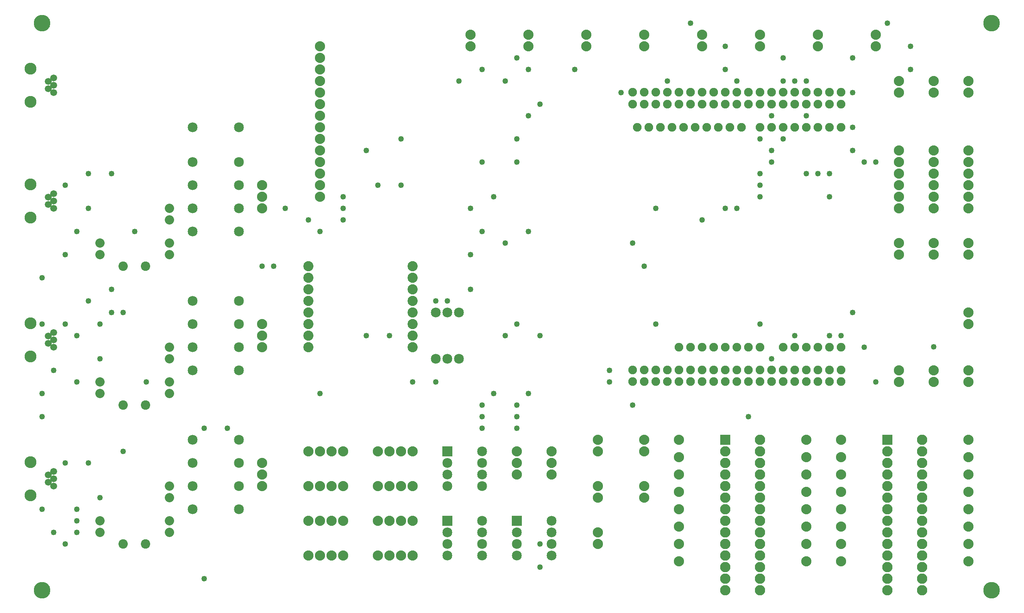
<source format=gbs>
G04 MADE WITH FRITZING*
G04 WWW.FRITZING.ORG*
G04 DOUBLE SIDED*
G04 HOLES PLATED*
G04 CONTOUR ON CENTER OF CONTOUR VECTOR*
%ASAXBY*%
%FSLAX23Y23*%
%MOIN*%
%OFA0B0*%
%SFA1.0B1.0*%
%ADD10C,0.049370*%
%ADD11C,0.143858*%
%ADD12C,0.088000*%
%ADD13C,0.089370*%
%ADD14C,0.085000*%
%ADD15C,0.075278*%
%ADD16C,0.087778*%
%ADD17C,0.059370*%
%ADD18C,0.102677*%
%ADD19C,0.080925*%
%ADD20C,0.080866*%
%ADD21C,0.080000*%
%ADD22R,0.089370X0.089370*%
%ADD23R,0.085000X0.085000*%
%LNMASK0*%
G90*
G70*
G54D10*
X518Y819D03*
X418Y619D03*
X918Y1419D03*
X618Y1319D03*
X318Y719D03*
X518Y719D03*
X518Y918D03*
X718Y1019D03*
X1617Y317D03*
X419Y1318D03*
X218Y919D03*
X7920Y2320D03*
X3919Y2817D03*
X3718Y2718D03*
X3919Y3119D03*
X3618Y2718D03*
X6318Y1719D03*
X6518Y2219D03*
X5319Y1818D03*
X2618Y1919D03*
X3620Y2018D03*
X3417Y2017D03*
X4518Y2419D03*
X6718Y2419D03*
X3218Y2419D03*
X3018Y2418D03*
X5517Y2519D03*
X6418Y2519D03*
X7318Y2319D03*
X7418Y2019D03*
X7220Y2619D03*
X7018Y2418D03*
X7119Y2418D03*
X6818Y4619D03*
X7419Y3918D03*
X7718Y4719D03*
X7718Y4919D03*
X7218Y4519D03*
X7220Y4819D03*
X4518Y4419D03*
X4418Y4319D03*
X5619Y4618D03*
X5218Y4519D03*
X4818Y4719D03*
X4418Y4719D03*
X4218Y4618D03*
X5119Y2018D03*
X4218Y2419D03*
X3018Y4019D03*
X4318Y2519D03*
X5119Y2118D03*
X4218Y3219D03*
X4018Y3319D03*
X3317Y3718D03*
X6518Y4019D03*
X7318Y3919D03*
X7219Y4219D03*
X7218Y4019D03*
X6518Y3919D03*
X6418Y3818D03*
X2119Y3018D03*
X2819Y3418D03*
X6618Y4119D03*
X6418Y3719D03*
X2218Y3019D03*
X2617Y3319D03*
X818Y2619D03*
X718Y2519D03*
X619Y2718D03*
X519Y2018D03*
X519Y2419D03*
X318Y2119D03*
X718Y2219D03*
X218Y2519D03*
X418Y2519D03*
X218Y1919D03*
X1118Y2019D03*
X218Y1719D03*
X1618Y1619D03*
X1818Y1619D03*
X418Y3719D03*
X218Y2918D03*
X618Y3519D03*
X818Y3819D03*
X918Y2619D03*
X818Y2818D03*
X1018Y3318D03*
X518Y3319D03*
X618Y3819D03*
X418Y3119D03*
X4019Y4719D03*
X4318Y4818D03*
X6718Y4618D03*
X6618Y4819D03*
X6618Y4618D03*
X6218Y4619D03*
X6118Y4919D03*
X5818Y5119D03*
X7519Y5119D03*
X6118Y4719D03*
X2818Y3519D03*
X4019Y3918D03*
X5518Y3519D03*
X6118Y3519D03*
X5318Y3219D03*
X5419Y3018D03*
X4019Y1618D03*
X4318Y1618D03*
X4318Y1718D03*
X4019Y1718D03*
X4019Y1819D03*
X4318Y1819D03*
X4118Y1919D03*
X4418Y1919D03*
X7018Y3819D03*
X7018Y3619D03*
X5918Y3419D03*
X3919Y3519D03*
X3119Y3718D03*
X2819Y3618D03*
X2318Y3519D03*
X2519Y3418D03*
X6918Y3819D03*
X6819Y3819D03*
X6418Y3619D03*
X3318Y4119D03*
X4118Y3619D03*
X6819Y4318D03*
X6518Y4319D03*
X6418Y4118D03*
X6218Y3518D03*
X4319Y3918D03*
X4418Y3319D03*
X4319Y4118D03*
X3818Y4619D03*
X4518Y419D03*
X4518Y618D03*
G54D11*
X218Y219D03*
X218Y5119D03*
X8418Y219D03*
X8418Y5119D03*
G54D12*
X7918Y4019D03*
X7918Y3919D03*
X7918Y3819D03*
X7918Y3719D03*
X7918Y3619D03*
X7918Y3519D03*
X8218Y4019D03*
X8218Y3919D03*
X8218Y3819D03*
X8218Y3719D03*
X8218Y3619D03*
X8218Y3519D03*
X7618Y4019D03*
X7618Y3919D03*
X7618Y3819D03*
X7618Y3719D03*
X7618Y3619D03*
X7618Y3519D03*
X2118Y1319D03*
X2118Y1219D03*
X2118Y1119D03*
X2118Y2519D03*
X2118Y2419D03*
X2118Y2319D03*
X2118Y3719D03*
X2118Y3619D03*
X2118Y3519D03*
X2618Y4919D03*
X2618Y4819D03*
X2618Y4719D03*
X2618Y4619D03*
X2618Y4519D03*
X2618Y4419D03*
X2618Y4319D03*
X2618Y4219D03*
X2618Y4119D03*
X2618Y4019D03*
X2618Y3919D03*
X2618Y3819D03*
X2618Y3719D03*
X2618Y3619D03*
X5418Y4919D03*
X5418Y5019D03*
X7918Y4519D03*
X7918Y4619D03*
X8218Y3119D03*
X8218Y3219D03*
X8218Y4519D03*
X8218Y4619D03*
X7918Y3119D03*
X7918Y3219D03*
X6418Y4919D03*
X6418Y5019D03*
X7418Y4919D03*
X7418Y5019D03*
X7618Y4519D03*
X7618Y4619D03*
X8218Y2519D03*
X8218Y2619D03*
X5418Y1119D03*
X5418Y1019D03*
X5418Y1519D03*
X5418Y1419D03*
X5918Y4919D03*
X5918Y5019D03*
X4918Y4919D03*
X4918Y5019D03*
X6918Y4919D03*
X6918Y5019D03*
X4418Y4919D03*
X4418Y5019D03*
X3918Y4919D03*
X3918Y5019D03*
G54D13*
X7518Y1519D03*
X7818Y1519D03*
X7518Y1419D03*
X7818Y1419D03*
X7518Y1319D03*
X7818Y1319D03*
X7518Y1219D03*
X7818Y1219D03*
X7518Y1119D03*
X7818Y1119D03*
X7518Y1019D03*
X7818Y1019D03*
X7518Y919D03*
X7818Y919D03*
X7518Y819D03*
X7818Y819D03*
X7518Y719D03*
X7818Y719D03*
X7518Y619D03*
X7818Y619D03*
X7518Y519D03*
X7818Y519D03*
X7518Y419D03*
X7818Y419D03*
X7518Y319D03*
X7818Y319D03*
X7518Y219D03*
X7818Y219D03*
X6118Y1519D03*
X6418Y1519D03*
X6118Y1419D03*
X6418Y1419D03*
X6118Y1319D03*
X6418Y1319D03*
X6118Y1219D03*
X6418Y1219D03*
X6118Y1119D03*
X6418Y1119D03*
X6118Y1019D03*
X6418Y1019D03*
X6118Y919D03*
X6418Y919D03*
X6118Y819D03*
X6418Y819D03*
X6118Y719D03*
X6418Y719D03*
X6118Y619D03*
X6418Y619D03*
X6118Y519D03*
X6418Y519D03*
X6118Y419D03*
X6418Y419D03*
X6118Y319D03*
X6418Y319D03*
X6118Y219D03*
X6418Y219D03*
G54D12*
X8218Y1519D03*
X8218Y1369D03*
X8218Y1219D03*
X8218Y1069D03*
X8218Y919D03*
X8218Y769D03*
X8218Y619D03*
X8218Y469D03*
X7118Y1519D03*
X7118Y1369D03*
X7118Y1219D03*
X7118Y1069D03*
X7118Y919D03*
X7118Y769D03*
X7118Y619D03*
X7118Y469D03*
X6818Y1519D03*
X6818Y1369D03*
X6818Y1219D03*
X6818Y1069D03*
X6818Y919D03*
X6818Y769D03*
X6818Y619D03*
X6818Y469D03*
X5718Y1519D03*
X5718Y1369D03*
X5718Y1219D03*
X5718Y1069D03*
X5718Y919D03*
X5718Y769D03*
X5718Y619D03*
X5718Y469D03*
G54D14*
X4318Y819D03*
X4618Y819D03*
X4318Y719D03*
X4618Y719D03*
X4318Y619D03*
X4618Y619D03*
X4318Y519D03*
X4618Y519D03*
X3718Y819D03*
X4018Y819D03*
X3718Y719D03*
X4018Y719D03*
X3718Y619D03*
X4018Y619D03*
X3718Y519D03*
X4018Y519D03*
X3718Y1419D03*
X4018Y1419D03*
X3718Y1319D03*
X4018Y1319D03*
X3718Y1219D03*
X4018Y1219D03*
X3718Y1119D03*
X4018Y1119D03*
G54D12*
X4618Y1419D03*
X4618Y1319D03*
X4618Y1219D03*
X4318Y1419D03*
X4318Y1319D03*
X4318Y1219D03*
X7618Y3119D03*
X7618Y3219D03*
G54D14*
X3618Y2619D03*
X3618Y2219D03*
X3718Y2619D03*
X3718Y2219D03*
X3818Y2619D03*
X3818Y2219D03*
X1518Y4219D03*
X1918Y4219D03*
G54D12*
X7618Y2119D03*
X7618Y2019D03*
X8218Y2119D03*
X8218Y2019D03*
X7918Y2119D03*
X7918Y2019D03*
X5018Y719D03*
X5018Y619D03*
X5018Y1119D03*
X5018Y1019D03*
X5018Y1519D03*
X5018Y1419D03*
G54D15*
X6717Y2319D03*
X6817Y2319D03*
X6917Y2319D03*
X7017Y2319D03*
X7117Y2319D03*
X6257Y4219D03*
X6157Y4219D03*
X6057Y4219D03*
X5957Y4219D03*
X5857Y4219D03*
X5757Y4219D03*
X5657Y4219D03*
X5557Y4219D03*
X5457Y4219D03*
X5357Y4219D03*
X7117Y4219D03*
X7017Y4219D03*
X6917Y4219D03*
X6817Y4219D03*
X6717Y4219D03*
X6617Y4219D03*
X6517Y4219D03*
X6417Y4219D03*
X5817Y2319D03*
X5717Y2319D03*
X5917Y2319D03*
X6017Y2319D03*
X6117Y2319D03*
X6217Y2319D03*
X6317Y2319D03*
X6417Y2319D03*
X6617Y2319D03*
X5318Y2120D03*
X5418Y2120D03*
X5518Y2120D03*
X5618Y2120D03*
X5718Y2120D03*
X5818Y2120D03*
X5918Y2120D03*
X6018Y2120D03*
X6118Y2120D03*
X6218Y2120D03*
X6318Y2120D03*
X6418Y2120D03*
X6518Y2120D03*
X6618Y2120D03*
X6718Y2120D03*
X6818Y2120D03*
X6918Y2120D03*
X7018Y2120D03*
X7118Y2120D03*
X5318Y2022D03*
X5418Y2022D03*
X5518Y2022D03*
X5618Y2022D03*
X5718Y2022D03*
X5818Y2022D03*
X5918Y2022D03*
X6018Y2022D03*
X6118Y2022D03*
X6218Y2022D03*
X6318Y2022D03*
X6418Y2022D03*
X6518Y2022D03*
X6618Y2022D03*
X6718Y2022D03*
X6818Y2022D03*
X6918Y2022D03*
X7018Y2022D03*
X7118Y2022D03*
X5318Y4520D03*
X5418Y4520D03*
X5518Y4520D03*
X5618Y4520D03*
X5718Y4520D03*
X5818Y4520D03*
X5918Y4520D03*
X6018Y4520D03*
X6118Y4520D03*
X6218Y4520D03*
X6318Y4520D03*
X6418Y4520D03*
X6518Y4520D03*
X6618Y4520D03*
X6718Y4520D03*
X6818Y4520D03*
X6918Y4520D03*
X7018Y4520D03*
X7118Y4520D03*
X5318Y4419D03*
X5418Y4419D03*
X5518Y4419D03*
X5618Y4419D03*
X5718Y4419D03*
X5818Y4419D03*
X5918Y4419D03*
X6018Y4419D03*
X6118Y4419D03*
X6218Y4419D03*
X6318Y4419D03*
X6418Y4419D03*
X6518Y4419D03*
X6618Y4419D03*
X6718Y4419D03*
X6818Y4419D03*
X6918Y4419D03*
X7018Y4419D03*
X7118Y4419D03*
G54D16*
X3418Y2319D03*
X3418Y2419D03*
X3418Y2519D03*
X3418Y2619D03*
X3418Y2719D03*
X3418Y2819D03*
X3418Y2919D03*
X3418Y3019D03*
X2518Y3019D03*
X2518Y2919D03*
X2518Y2819D03*
X2518Y2719D03*
X2518Y2619D03*
X2518Y2519D03*
X2518Y2419D03*
X2518Y2319D03*
G54D17*
X318Y1244D03*
X318Y1182D03*
X318Y1119D03*
X271Y1213D03*
X271Y1150D03*
G54D18*
X117Y1038D03*
X117Y1325D03*
G54D17*
X318Y2444D03*
X318Y2382D03*
X318Y2319D03*
X271Y2413D03*
X271Y2350D03*
G54D18*
X117Y2238D03*
X117Y2525D03*
G54D17*
X318Y3644D03*
X318Y3582D03*
X318Y3519D03*
X271Y3613D03*
X271Y3550D03*
G54D18*
X117Y3438D03*
X117Y3725D03*
G54D17*
X318Y4644D03*
X318Y4582D03*
X318Y4519D03*
X271Y4613D03*
X271Y4550D03*
G54D18*
X117Y4438D03*
X117Y4725D03*
G54D12*
X2818Y519D03*
X2718Y519D03*
X2618Y519D03*
X2518Y519D03*
X3418Y519D03*
X3318Y519D03*
X3218Y519D03*
X3118Y519D03*
X2818Y819D03*
X2718Y819D03*
X2618Y819D03*
X2518Y819D03*
X3418Y819D03*
X3318Y819D03*
X3218Y819D03*
X3118Y819D03*
X2818Y1119D03*
X2718Y1119D03*
X2618Y1119D03*
X2518Y1119D03*
X3418Y1119D03*
X3318Y1119D03*
X3218Y1119D03*
X3118Y1119D03*
X2818Y1419D03*
X2718Y1419D03*
X2618Y1419D03*
X2518Y1419D03*
X3418Y1419D03*
X3318Y1419D03*
X3218Y1419D03*
X3118Y1419D03*
G54D19*
X1111Y619D03*
G54D20*
X918Y619D03*
G54D19*
X1112Y1818D03*
G54D20*
X918Y1818D03*
G54D19*
X1112Y3019D03*
G54D20*
X918Y3019D03*
G54D21*
X1318Y1018D03*
X1318Y1119D03*
X718Y819D03*
X718Y719D03*
X1318Y819D03*
X1318Y719D03*
X1318Y2319D03*
X1318Y2218D03*
X1318Y2019D03*
X1318Y1918D03*
X718Y2019D03*
X718Y1918D03*
X1318Y3418D03*
X1318Y3519D03*
X1318Y3219D03*
X1318Y3119D03*
X718Y3219D03*
X718Y3119D03*
G54D14*
X1518Y1319D03*
X1918Y1319D03*
X1518Y2519D03*
X1918Y2519D03*
X1518Y3719D03*
X1918Y3719D03*
X1518Y1519D03*
X1918Y1519D03*
X1518Y2719D03*
X1918Y2719D03*
X1518Y3919D03*
X1918Y3919D03*
X1518Y1119D03*
X1918Y1119D03*
X1518Y2318D03*
X1918Y2318D03*
X1518Y3519D03*
X1918Y3519D03*
X1518Y919D03*
X1918Y919D03*
X1518Y2118D03*
X1918Y2118D03*
X1518Y3319D03*
X1918Y3319D03*
G54D22*
X7518Y1518D03*
X6118Y1518D03*
G54D23*
X4318Y819D03*
X3718Y819D03*
X3718Y1419D03*
G04 End of Mask0*
M02*
</source>
